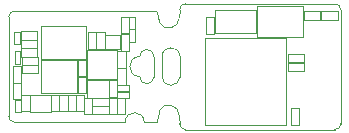
<source format=gbr>
%TF.GenerationSoftware,KiCad,Pcbnew,5.1.5+dfsg1-2~bpo10+1*%
%TF.CreationDate,2020-05-22T12:44:22+02:00*%
%TF.ProjectId,qomu-board,716f6d75-2d62-46f6-9172-642e6b696361,rev?*%
%TF.SameCoordinates,Original*%
%TF.FileFunction,Other,User*%
%FSLAX46Y46*%
G04 Gerber Fmt 4.6, Leading zero omitted, Abs format (unit mm)*
G04 Created by KiCad (PCBNEW 5.1.5+dfsg1-2~bpo10+1) date 2020-05-22 12:44:22 commit 5cfbf1f*
%MOMM*%
%LPD*%
G04 APERTURE LIST*
%ADD10C,0.050000*%
%ADD11C,0.010000*%
%ADD12C,0.030000*%
G04 APERTURE END LIST*
D10*
X45150000Y-26630000D02*
G75*
G02X44650000Y-27130000I-500000J0D01*
G01*
X44650000Y-16480000D02*
G75*
G02X45150000Y-16980000I0J-500000D01*
G01*
X31515000Y-22680000D02*
X31515000Y-20920000D01*
X29744948Y-25590113D02*
G75*
G02X31492032Y-25994015I831536J-383648D01*
G01*
X30015000Y-22610000D02*
G75*
G03X31515000Y-22680000I750000J-35000D01*
G01*
X30015000Y-21130000D02*
X30015000Y-20990000D01*
X29745000Y-18010000D02*
G75*
G03X31492032Y-17605985I831484J383761D01*
G01*
X17525000Y-17100000D02*
X29525000Y-17100000D01*
X31492032Y-17605985D02*
X31500000Y-16980000D01*
X31500000Y-26630000D02*
X31492032Y-25994015D01*
X30015000Y-20990000D02*
G75*
G02X31515000Y-20920000I750000J35000D01*
G01*
X45150000Y-26630000D02*
X45150000Y-16980000D01*
X32000000Y-27130000D02*
X44650000Y-27130000D01*
X32000000Y-16480000D02*
X44650000Y-16480000D01*
X31500000Y-26630000D02*
G75*
G03X32000000Y-27130000I500000J0D01*
G01*
X31500000Y-16980000D02*
G75*
G02X32000000Y-16480000I500000J0D01*
G01*
X17025000Y-26000000D02*
G75*
G03X17525000Y-26500000I500000J0D01*
G01*
D11*
X29325000Y-22650000D02*
G75*
G02X28125000Y-22650000I-600000J0D01*
G01*
X29325000Y-20950000D02*
G75*
G03X28125000Y-20950000I-600000J0D01*
G01*
X28125000Y-20950000D02*
G75*
G03X28125000Y-22650000I0J-850000D01*
G01*
D10*
X28500000Y-26500000D02*
G75*
G03X26900000Y-26500000I-800000J0D01*
G01*
X28500000Y-26500000D02*
X29525000Y-26500000D01*
D11*
X29325000Y-20950000D02*
X29325000Y-22650000D01*
D10*
X17525000Y-17100000D02*
G75*
G03X17025000Y-17600000I0J-500000D01*
G01*
X17025000Y-17600000D02*
X17025000Y-26000000D01*
X17525000Y-26500000D02*
X26900000Y-26500000D01*
X30025000Y-21800000D02*
X30025000Y-21670000D01*
X30025000Y-21670000D02*
X30025000Y-21530000D01*
X30025000Y-21530000D02*
X30025000Y-21400000D01*
X30025000Y-21400000D02*
X30025000Y-21260000D01*
X30025000Y-21260000D02*
X30015000Y-21130000D01*
X29745000Y-18010000D02*
X29735000Y-17910000D01*
X29735000Y-17910000D02*
X29715000Y-17820000D01*
X29715000Y-17820000D02*
X29695000Y-17720000D01*
X29695000Y-17720000D02*
X29675000Y-17640000D01*
X29675000Y-17640000D02*
X29655000Y-17550000D01*
X29655000Y-17550000D02*
X29645000Y-17460000D01*
X29645000Y-17460000D02*
X29625000Y-17380000D01*
X29625000Y-17380000D02*
X29605000Y-17300000D01*
X29605000Y-17300000D02*
X29585000Y-17230000D01*
X29585000Y-17230000D02*
X29555000Y-17150000D01*
X29555000Y-17150000D02*
X29525000Y-17100000D01*
X29525000Y-26500000D02*
X29555000Y-26450000D01*
X29555000Y-26450000D02*
X29585000Y-26370000D01*
X29585000Y-26370000D02*
X29605000Y-26300000D01*
X29605000Y-26300000D02*
X29625000Y-26220000D01*
X29625000Y-26220000D02*
X29645000Y-26140000D01*
X29645000Y-26140000D02*
X29655000Y-26050000D01*
X29655000Y-26050000D02*
X29675000Y-25960000D01*
X29675000Y-25960000D02*
X29695000Y-25880000D01*
X29695000Y-25880000D02*
X29715000Y-25780000D01*
X29715000Y-25780000D02*
X29735000Y-25690000D01*
X29735000Y-25690000D02*
X29745000Y-25590000D01*
X30015000Y-22610000D02*
X30015000Y-22470000D01*
X30015000Y-22470000D02*
X30025000Y-22340000D01*
X30025000Y-22340000D02*
X30025000Y-22200000D01*
X30025000Y-22200000D02*
X30025000Y-22070000D01*
X30025000Y-22070000D02*
X30025000Y-21930000D01*
X30025000Y-21930000D02*
X30025000Y-21800000D01*
X21320000Y-24170000D02*
X20620000Y-24170000D01*
X20620000Y-24170000D02*
X20620000Y-25570000D01*
X20620000Y-25570000D02*
X21320000Y-25570000D01*
X21320000Y-25570000D02*
X21320000Y-24170000D01*
X23420000Y-24170000D02*
X22720000Y-24170000D01*
X22720000Y-24170000D02*
X22720000Y-25570000D01*
X22720000Y-25570000D02*
X23420000Y-25570000D01*
X23420000Y-25570000D02*
X23420000Y-24170000D01*
X19750000Y-21145000D02*
X23550000Y-21145000D01*
X23550000Y-21145000D02*
X23550000Y-18345000D01*
X23550000Y-18345000D02*
X19750000Y-18345000D01*
X19750000Y-18345000D02*
X19750000Y-21145000D01*
X21320000Y-24170000D02*
X21320000Y-25570000D01*
X22020000Y-24170000D02*
X21320000Y-24170000D01*
X22020000Y-25570000D02*
X22020000Y-24170000D01*
X21320000Y-25570000D02*
X22020000Y-25570000D01*
X22020000Y-24170000D02*
X22020000Y-25570000D01*
X22720000Y-24170000D02*
X22020000Y-24170000D01*
X22720000Y-25570000D02*
X22720000Y-24170000D01*
X22020000Y-25570000D02*
X22720000Y-25570000D01*
D12*
X26425000Y-19125000D02*
X25225000Y-19125000D01*
X25225000Y-19125000D02*
X25225000Y-20325000D01*
X25225000Y-20325000D02*
X26425000Y-20325000D01*
X26425000Y-20325000D02*
X26425000Y-19125000D01*
D10*
X34500000Y-18970000D02*
X38000000Y-18970000D01*
X38000000Y-18970000D02*
X38000000Y-16970000D01*
X38000000Y-16970000D02*
X34500000Y-16970000D01*
X34500000Y-16970000D02*
X34500000Y-18970000D01*
X23700000Y-20390000D02*
X23700000Y-22890000D01*
X26200000Y-20390000D02*
X23700000Y-20390000D01*
X26200000Y-22890000D02*
X26200000Y-20390000D01*
X23700000Y-22890000D02*
X26200000Y-22890000D01*
X40650000Y-21470000D02*
X40650000Y-22170000D01*
X40650000Y-22170000D02*
X42050000Y-22170000D01*
X42050000Y-22170000D02*
X42050000Y-21470000D01*
X42050000Y-21470000D02*
X40650000Y-21470000D01*
X40650000Y-20720000D02*
X40650000Y-21420000D01*
X40650000Y-21420000D02*
X42050000Y-21420000D01*
X42050000Y-21420000D02*
X42050000Y-20720000D01*
X42050000Y-20720000D02*
X40650000Y-20720000D01*
X40530000Y-26750000D02*
X33670000Y-26750000D01*
X40530000Y-26750000D02*
X40530000Y-19390000D01*
X33670000Y-26750000D02*
X33670000Y-19390000D01*
X40530000Y-19390000D02*
X33670000Y-19390000D01*
X41925000Y-19295000D02*
X38015000Y-19295000D01*
X38015000Y-16645000D02*
X38015000Y-19295000D01*
X41925000Y-16645000D02*
X38015000Y-16645000D01*
X41925000Y-16645000D02*
X41925000Y-19295000D01*
X25520000Y-25140000D02*
X25520000Y-24440000D01*
X25520000Y-24440000D02*
X24120000Y-24440000D01*
X24120000Y-24440000D02*
X24120000Y-25140000D01*
X24120000Y-25140000D02*
X25520000Y-25140000D01*
X19540000Y-21659000D02*
X19540000Y-20959000D01*
X19540000Y-20959000D02*
X18140000Y-20959000D01*
X18140000Y-20959000D02*
X18140000Y-21659000D01*
X18140000Y-21659000D02*
X19540000Y-21659000D01*
X17400000Y-24579000D02*
X18100000Y-24579000D01*
X18100000Y-24579000D02*
X18100000Y-23179000D01*
X18100000Y-23179000D02*
X17400000Y-23179000D01*
X17400000Y-23179000D02*
X17400000Y-24579000D01*
X17400000Y-23169000D02*
X18100000Y-23169000D01*
X18100000Y-23169000D02*
X18100000Y-21769000D01*
X18100000Y-21769000D02*
X17400000Y-21769000D01*
X17400000Y-21769000D02*
X17400000Y-23169000D01*
X20620000Y-25669000D02*
X20620000Y-24169000D01*
X18800000Y-25669000D02*
X20620000Y-25669000D01*
X18800000Y-24169000D02*
X18800000Y-25669000D01*
X20620000Y-24169000D02*
X18800000Y-24169000D01*
X23665000Y-22940000D02*
X23665000Y-24440000D01*
X25485000Y-22940000D02*
X23665000Y-22940000D01*
X25485000Y-24440000D02*
X25485000Y-22940000D01*
X23665000Y-24440000D02*
X25485000Y-24440000D01*
X27200000Y-19069000D02*
X26500000Y-19069000D01*
X26500000Y-19069000D02*
X26500000Y-20469000D01*
X26500000Y-20469000D02*
X27200000Y-20469000D01*
X27200000Y-20469000D02*
X27200000Y-19069000D01*
X27200000Y-18989000D02*
X27200000Y-17589000D01*
X26500000Y-18989000D02*
X27200000Y-18989000D01*
X26500000Y-17589000D02*
X26500000Y-18989000D01*
X27200000Y-17589000D02*
X26500000Y-17589000D01*
X25150000Y-18909000D02*
X24450000Y-18909000D01*
X24450000Y-18909000D02*
X24450000Y-20309000D01*
X24450000Y-20309000D02*
X25150000Y-20309000D01*
X25150000Y-20309000D02*
X25150000Y-18909000D01*
X43500000Y-17120000D02*
X43500000Y-17820000D01*
X43500000Y-17820000D02*
X44900000Y-17820000D01*
X44900000Y-17820000D02*
X44900000Y-17120000D01*
X44900000Y-17120000D02*
X43500000Y-17120000D01*
X43400000Y-17820000D02*
X43400000Y-17120000D01*
X43400000Y-17120000D02*
X42000000Y-17120000D01*
X42000000Y-17120000D02*
X42000000Y-17820000D01*
X42000000Y-17820000D02*
X43400000Y-17820000D01*
X19440000Y-20239000D02*
X19440000Y-19539000D01*
X19440000Y-19539000D02*
X18040000Y-19539000D01*
X18040000Y-19539000D02*
X18040000Y-20239000D01*
X18040000Y-20239000D02*
X19440000Y-20239000D01*
X19440000Y-19529000D02*
X19440000Y-18829000D01*
X19440000Y-18829000D02*
X18040000Y-18829000D01*
X18040000Y-18829000D02*
X18040000Y-19529000D01*
X18040000Y-19529000D02*
X19440000Y-19529000D01*
X19440000Y-20949000D02*
X19440000Y-20249000D01*
X19440000Y-20249000D02*
X18040000Y-20249000D01*
X18040000Y-20249000D02*
X18040000Y-20949000D01*
X18040000Y-20949000D02*
X19440000Y-20949000D01*
X26930000Y-20519000D02*
X26230000Y-20519000D01*
X26230000Y-20519000D02*
X26230000Y-21919000D01*
X26230000Y-21919000D02*
X26930000Y-21919000D01*
X26930000Y-21919000D02*
X26930000Y-20519000D01*
X40900000Y-26720000D02*
X41600000Y-26720000D01*
X41600000Y-26720000D02*
X41600000Y-25320000D01*
X41600000Y-25320000D02*
X40900000Y-25320000D01*
X40900000Y-25320000D02*
X40900000Y-26720000D01*
X25520000Y-25840000D02*
X25520000Y-25140000D01*
X25520000Y-25140000D02*
X24120000Y-25140000D01*
X24120000Y-25140000D02*
X24120000Y-25840000D01*
X24120000Y-25840000D02*
X25520000Y-25840000D01*
X26220000Y-24440000D02*
X25520000Y-24440000D01*
X25520000Y-24440000D02*
X25520000Y-25840000D01*
X25520000Y-25840000D02*
X26220000Y-25840000D01*
X26220000Y-25840000D02*
X26220000Y-24440000D01*
X26920000Y-24440000D02*
X26220000Y-24440000D01*
X26220000Y-24440000D02*
X26220000Y-25840000D01*
X26220000Y-25840000D02*
X26920000Y-25840000D01*
X26920000Y-25840000D02*
X26920000Y-24440000D01*
X24120000Y-24440000D02*
X23420000Y-24440000D01*
X23420000Y-24440000D02*
X23420000Y-25840000D01*
X23420000Y-25840000D02*
X24120000Y-25840000D01*
X24120000Y-25840000D02*
X24120000Y-24440000D01*
X18020000Y-19924000D02*
X18020000Y-18874000D01*
X18020000Y-18874000D02*
X17520000Y-18874000D01*
X17520000Y-18874000D02*
X17520000Y-19924000D01*
X17520000Y-19924000D02*
X18020000Y-19924000D01*
X17530000Y-20494000D02*
X17530000Y-21544000D01*
X17530000Y-21544000D02*
X18030000Y-21544000D01*
X18030000Y-21544000D02*
X18030000Y-20494000D01*
X18030000Y-20494000D02*
X17530000Y-20494000D01*
X17560000Y-24594000D02*
X17560000Y-25644000D01*
X17560000Y-25644000D02*
X18060000Y-25644000D01*
X18060000Y-25644000D02*
X18060000Y-24594000D01*
X18060000Y-24594000D02*
X17560000Y-24594000D01*
X27255000Y-23930000D02*
X26205000Y-23930000D01*
X26205000Y-23930000D02*
X26205000Y-24430000D01*
X26205000Y-24430000D02*
X27255000Y-24430000D01*
X27255000Y-24430000D02*
X27255000Y-23930000D01*
X27700000Y-19684000D02*
X27700000Y-18634000D01*
X27700000Y-18634000D02*
X27200000Y-18634000D01*
X27200000Y-18634000D02*
X27200000Y-19684000D01*
X27200000Y-19684000D02*
X27700000Y-19684000D01*
X27245000Y-23390000D02*
X26195000Y-23390000D01*
X26195000Y-23390000D02*
X26195000Y-23890000D01*
X26195000Y-23890000D02*
X27245000Y-23890000D01*
X27245000Y-23890000D02*
X27245000Y-23390000D01*
X27200000Y-17584000D02*
X27200000Y-18634000D01*
X27200000Y-18634000D02*
X27700000Y-18634000D01*
X27700000Y-18634000D02*
X27700000Y-17584000D01*
X27700000Y-17584000D02*
X27200000Y-17584000D01*
X34450000Y-17620000D02*
X33750000Y-17620000D01*
X33750000Y-17620000D02*
X33750000Y-19020000D01*
X33750000Y-19020000D02*
X34450000Y-19020000D01*
X34450000Y-19020000D02*
X34450000Y-17620000D01*
X22900000Y-22604000D02*
X23600000Y-22604000D01*
X23600000Y-22604000D02*
X23600000Y-21204000D01*
X23600000Y-21204000D02*
X22900000Y-21204000D01*
X22900000Y-21204000D02*
X22900000Y-22604000D01*
X23600000Y-22645000D02*
X22900000Y-22645000D01*
X22900000Y-22645000D02*
X22900000Y-24045000D01*
X22900000Y-24045000D02*
X23600000Y-24045000D01*
X23600000Y-24045000D02*
X23600000Y-22645000D01*
X24450000Y-18909000D02*
X23750000Y-18909000D01*
X23750000Y-18909000D02*
X23750000Y-20309000D01*
X23750000Y-20309000D02*
X24450000Y-20309000D01*
X24450000Y-20309000D02*
X24450000Y-18909000D01*
X26230000Y-23359000D02*
X26930000Y-23359000D01*
X26930000Y-23359000D02*
X26930000Y-21959000D01*
X26930000Y-21959000D02*
X26230000Y-21959000D01*
X26230000Y-21959000D02*
X26230000Y-23359000D01*
X19540000Y-22369000D02*
X19540000Y-21669000D01*
X19540000Y-21669000D02*
X18140000Y-21669000D01*
X18140000Y-21669000D02*
X18140000Y-22369000D01*
X18140000Y-22369000D02*
X19540000Y-22369000D01*
X25490000Y-24340000D02*
X26190000Y-24340000D01*
X26190000Y-24340000D02*
X26190000Y-22940000D01*
X26190000Y-22940000D02*
X25490000Y-22940000D01*
X25490000Y-22940000D02*
X25490000Y-24340000D01*
X18800000Y-24170000D02*
X18100000Y-24170000D01*
X18100000Y-24170000D02*
X18100000Y-25570000D01*
X18100000Y-25570000D02*
X18800000Y-25570000D01*
X18800000Y-25570000D02*
X18800000Y-24170000D01*
X19735000Y-24045000D02*
X22835000Y-24045000D01*
X22835000Y-24045000D02*
X22835000Y-21245000D01*
X22835000Y-21245000D02*
X19735000Y-21245000D01*
X19735000Y-21245000D02*
X19735000Y-24045000D01*
M02*

</source>
